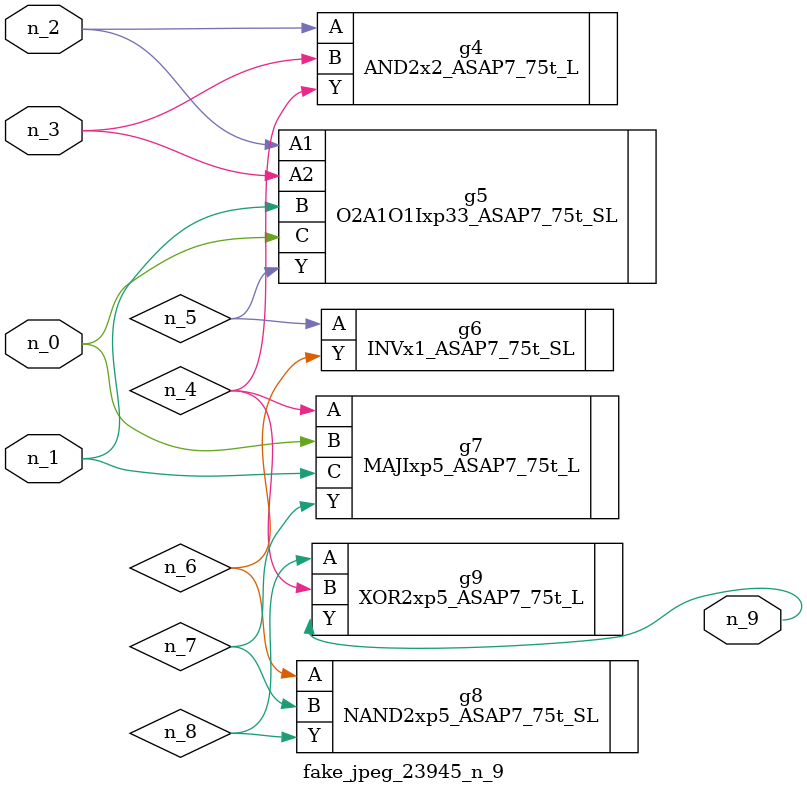
<source format=v>
module fake_jpeg_23945_n_9 (n_0, n_3, n_2, n_1, n_9);

input n_0;
input n_3;
input n_2;
input n_1;

output n_9;

wire n_4;
wire n_8;
wire n_6;
wire n_5;
wire n_7;

AND2x2_ASAP7_75t_L g4 ( 
.A(n_2),
.B(n_3),
.Y(n_4)
);

O2A1O1Ixp33_ASAP7_75t_SL g5 ( 
.A1(n_2),
.A2(n_3),
.B(n_1),
.C(n_0),
.Y(n_5)
);

INVx1_ASAP7_75t_SL g6 ( 
.A(n_5),
.Y(n_6)
);

NAND2xp5_ASAP7_75t_SL g8 ( 
.A(n_6),
.B(n_7),
.Y(n_8)
);

MAJIxp5_ASAP7_75t_L g7 ( 
.A(n_4),
.B(n_0),
.C(n_1),
.Y(n_7)
);

XOR2xp5_ASAP7_75t_L g9 ( 
.A(n_8),
.B(n_4),
.Y(n_9)
);


endmodule
</source>
